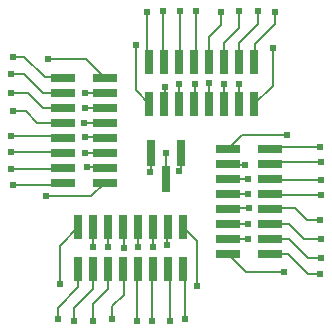
<source format=gtl>
G75*
%MOIN*%
%OFA0B0*%
%FSLAX25Y25*%
%IPPOS*%
%LPD*%
%AMOC8*
5,1,8,0,0,1.08239X$1,22.5*
%
%ADD10R,0.08071X0.02992*%
%ADD11R,0.02992X0.08858*%
%ADD12R,0.02992X0.08071*%
%ADD13C,0.00787*%
%ADD14C,0.02381*%
D10*
X0131020Y0109878D03*
X0131020Y0114878D03*
X0131020Y0119878D03*
X0131020Y0124878D03*
X0131020Y0129878D03*
X0131020Y0134878D03*
X0131020Y0139878D03*
X0131020Y0144878D03*
X0144996Y0144878D03*
X0144996Y0139878D03*
X0144996Y0134878D03*
X0144996Y0129878D03*
X0144996Y0124878D03*
X0144996Y0119878D03*
X0144996Y0114878D03*
X0144996Y0109878D03*
X0089878Y0133500D03*
X0089878Y0138500D03*
X0089878Y0143500D03*
X0089878Y0148500D03*
X0089878Y0153500D03*
X0089878Y0158500D03*
X0089878Y0163500D03*
X0089878Y0168500D03*
X0075902Y0168500D03*
X0075902Y0163500D03*
X0075902Y0158500D03*
X0075902Y0153500D03*
X0075902Y0148500D03*
X0075902Y0143500D03*
X0075902Y0138500D03*
X0075902Y0133500D03*
D11*
X0105449Y0143520D03*
X0110449Y0134858D03*
X0115449Y0143520D03*
D12*
X0114760Y0159760D03*
X0119760Y0159760D03*
X0124760Y0159760D03*
X0129760Y0159760D03*
X0134760Y0159760D03*
X0139760Y0159760D03*
X0139760Y0173736D03*
X0134760Y0173736D03*
X0129760Y0173736D03*
X0124760Y0173736D03*
X0119760Y0173736D03*
X0114760Y0173736D03*
X0109760Y0173736D03*
X0104760Y0173736D03*
X0104760Y0159760D03*
X0109760Y0159760D03*
X0111138Y0118618D03*
X0116138Y0118618D03*
X0106138Y0118618D03*
X0101138Y0118618D03*
X0096138Y0118618D03*
X0091138Y0118618D03*
X0086138Y0118618D03*
X0081138Y0118618D03*
X0081138Y0104642D03*
X0086138Y0104642D03*
X0091138Y0104642D03*
X0096138Y0104642D03*
X0101138Y0104642D03*
X0106138Y0104642D03*
X0111138Y0104642D03*
X0116138Y0104642D03*
D13*
X0116748Y0104031D01*
X0116748Y0088008D01*
X0111630Y0087614D02*
X0111630Y0104150D01*
X0111138Y0104642D01*
X0106138Y0104642D02*
X0105724Y0104228D01*
X0105724Y0087614D01*
X0100606Y0087614D02*
X0100606Y0104110D01*
X0101138Y0104642D01*
X0096276Y0104504D02*
X0096138Y0104642D01*
X0096276Y0104504D02*
X0096276Y0096276D01*
X0092339Y0092339D01*
X0092339Y0088008D01*
X0086039Y0087614D02*
X0086039Y0093126D01*
X0091157Y0098244D01*
X0091157Y0104622D01*
X0091138Y0104642D01*
X0086138Y0104642D02*
X0086039Y0104543D01*
X0086039Y0098244D01*
X0079740Y0091945D01*
X0079740Y0087614D01*
X0074228Y0088008D02*
X0074228Y0091945D01*
X0080921Y0098638D01*
X0080921Y0104425D01*
X0081138Y0104642D01*
X0075016Y0099819D02*
X0075016Y0112496D01*
X0081138Y0118618D01*
X0086039Y0118520D02*
X0086138Y0118618D01*
X0086039Y0118520D02*
X0086039Y0112024D01*
X0091157Y0112024D02*
X0091157Y0118598D01*
X0091138Y0118618D01*
X0096138Y0118618D02*
X0096276Y0118480D01*
X0096276Y0111630D01*
X0101000Y0112024D02*
X0101000Y0118480D01*
X0101138Y0118618D01*
X0106118Y0118598D02*
X0106138Y0118618D01*
X0106118Y0118598D02*
X0106118Y0112024D01*
X0110843Y0112811D02*
X0110843Y0118323D01*
X0111138Y0118618D01*
X0116138Y0118618D02*
X0120685Y0114071D01*
X0120685Y0099031D01*
X0131020Y0109878D02*
X0137142Y0103756D01*
X0149819Y0103756D01*
X0151000Y0109661D02*
X0145213Y0109661D01*
X0144996Y0109878D01*
X0145094Y0114780D02*
X0144996Y0114878D01*
X0145094Y0114780D02*
X0151394Y0114780D01*
X0157693Y0108480D01*
X0162024Y0108480D01*
X0161630Y0102969D02*
X0157693Y0102969D01*
X0151000Y0109661D01*
X0156512Y0114780D02*
X0151394Y0119898D01*
X0145016Y0119898D01*
X0144996Y0119878D01*
X0144996Y0124878D02*
X0145134Y0125016D01*
X0153362Y0125016D01*
X0157299Y0121079D01*
X0161630Y0121079D01*
X0162024Y0114780D02*
X0156512Y0114780D01*
X0162024Y0129346D02*
X0145528Y0129346D01*
X0144996Y0129878D01*
X0145409Y0134465D02*
X0144996Y0134878D01*
X0145409Y0134465D02*
X0162024Y0134465D01*
X0162024Y0140370D02*
X0145488Y0140370D01*
X0144996Y0139878D01*
X0144996Y0144878D02*
X0145606Y0145488D01*
X0161630Y0145488D01*
X0150606Y0149425D02*
X0135567Y0149425D01*
X0131020Y0144878D01*
X0131020Y0139878D02*
X0131315Y0139583D01*
X0136827Y0139583D01*
X0137614Y0134858D02*
X0131039Y0134858D01*
X0131020Y0134878D01*
X0131020Y0129878D02*
X0131157Y0129740D01*
X0137614Y0129740D01*
X0138008Y0125016D02*
X0131157Y0125016D01*
X0131020Y0124878D01*
X0131039Y0119898D02*
X0131020Y0119878D01*
X0131039Y0119898D02*
X0137614Y0119898D01*
X0137614Y0114780D02*
X0131118Y0114780D01*
X0131020Y0114878D01*
X0110449Y0134858D02*
X0110449Y0143520D01*
X0115449Y0143520D02*
X0115449Y0138283D01*
X0114780Y0137614D01*
X0105449Y0137732D02*
X0104937Y0137220D01*
X0105449Y0137732D02*
X0105449Y0143520D01*
X0089878Y0143500D02*
X0089858Y0143520D01*
X0083283Y0143520D01*
X0084071Y0138795D02*
X0089583Y0138795D01*
X0089878Y0138500D01*
X0089878Y0133500D02*
X0085331Y0128953D01*
X0070291Y0128953D01*
X0075291Y0132890D02*
X0075902Y0133500D01*
X0075291Y0132890D02*
X0059268Y0132890D01*
X0058874Y0138008D02*
X0075409Y0138008D01*
X0075902Y0138500D01*
X0075902Y0143500D02*
X0075488Y0143913D01*
X0058874Y0143913D01*
X0058874Y0149031D02*
X0075370Y0149031D01*
X0075902Y0148500D01*
X0075764Y0153362D02*
X0075902Y0153500D01*
X0075764Y0153362D02*
X0067535Y0153362D01*
X0063598Y0157299D01*
X0059268Y0157299D01*
X0058874Y0163598D02*
X0064386Y0163598D01*
X0069504Y0158480D01*
X0075882Y0158480D01*
X0075902Y0158500D01*
X0075902Y0163500D02*
X0075803Y0163598D01*
X0069504Y0163598D01*
X0063205Y0169898D01*
X0058874Y0169898D01*
X0059268Y0175409D02*
X0063205Y0175409D01*
X0069898Y0168717D01*
X0075685Y0168717D01*
X0075902Y0168500D01*
X0071079Y0174622D02*
X0083756Y0174622D01*
X0089878Y0168500D01*
X0089780Y0163598D02*
X0083283Y0163598D01*
X0089780Y0163598D02*
X0089878Y0163500D01*
X0089878Y0158500D02*
X0089858Y0158480D01*
X0083283Y0158480D01*
X0082890Y0153362D02*
X0089740Y0153362D01*
X0089878Y0153500D01*
X0089740Y0148638D02*
X0083283Y0148638D01*
X0089740Y0148638D02*
X0089878Y0148500D01*
X0104760Y0159760D02*
X0100213Y0164307D01*
X0100213Y0179346D01*
X0104150Y0174346D02*
X0104760Y0173736D01*
X0104150Y0174346D02*
X0104150Y0190370D01*
X0109268Y0190764D02*
X0109268Y0174228D01*
X0109760Y0173736D01*
X0114760Y0173736D02*
X0115173Y0174150D01*
X0115173Y0190764D01*
X0120291Y0190764D02*
X0120291Y0174268D01*
X0119760Y0173736D01*
X0124622Y0173874D02*
X0124760Y0173736D01*
X0124622Y0173874D02*
X0124622Y0182102D01*
X0128559Y0186039D01*
X0128559Y0190370D01*
X0134858Y0190764D02*
X0134858Y0185252D01*
X0129740Y0180134D01*
X0129740Y0173756D01*
X0129760Y0173736D01*
X0134760Y0173736D02*
X0134858Y0173835D01*
X0134858Y0180134D01*
X0141157Y0186433D01*
X0141157Y0190764D01*
X0146669Y0190370D02*
X0146669Y0186433D01*
X0139976Y0179740D01*
X0139976Y0173953D01*
X0139760Y0173736D01*
X0145882Y0178559D02*
X0145882Y0165882D01*
X0139760Y0159760D01*
X0134858Y0159858D02*
X0134760Y0159760D01*
X0134858Y0159858D02*
X0134858Y0166354D01*
X0129740Y0166354D02*
X0129740Y0159780D01*
X0129760Y0159760D01*
X0124760Y0159760D02*
X0124622Y0159898D01*
X0124622Y0166748D01*
X0119898Y0166354D02*
X0119898Y0159898D01*
X0119760Y0159760D01*
X0114780Y0159780D02*
X0114760Y0159760D01*
X0114780Y0159780D02*
X0114780Y0166354D01*
X0110055Y0165567D02*
X0110055Y0160055D01*
X0109760Y0159760D01*
D14*
X0079740Y0087614D03*
X0074228Y0088008D03*
X0075016Y0099819D03*
X0086039Y0112024D03*
X0091157Y0112024D03*
X0096276Y0111630D03*
X0101000Y0112024D03*
X0106118Y0112024D03*
X0110843Y0112811D03*
X0120685Y0099031D03*
X0116748Y0088008D03*
X0111630Y0087614D03*
X0105724Y0087614D03*
X0100606Y0087614D03*
X0092339Y0088008D03*
X0086039Y0087614D03*
X0070291Y0128953D03*
X0059268Y0132890D03*
X0058874Y0138008D03*
X0058874Y0143913D03*
X0058874Y0149031D03*
X0059268Y0157299D03*
X0058874Y0163598D03*
X0058874Y0169898D03*
X0059268Y0175409D03*
X0071079Y0174622D03*
X0083283Y0163598D03*
X0083283Y0158480D03*
X0082890Y0153362D03*
X0083283Y0148638D03*
X0083283Y0143520D03*
X0084071Y0138795D03*
X0104937Y0137220D03*
X0110449Y0143520D03*
X0114780Y0137614D03*
X0136827Y0139583D03*
X0137614Y0134858D03*
X0137614Y0129740D03*
X0138008Y0125016D03*
X0137614Y0119898D03*
X0137614Y0114780D03*
X0149819Y0103756D03*
X0161630Y0102969D03*
X0162024Y0108480D03*
X0162024Y0114780D03*
X0161630Y0121079D03*
X0162024Y0129346D03*
X0162024Y0134465D03*
X0162024Y0140370D03*
X0161630Y0145488D03*
X0150606Y0149425D03*
X0134858Y0166354D03*
X0129740Y0166354D03*
X0124622Y0166748D03*
X0119898Y0166354D03*
X0114780Y0166354D03*
X0110055Y0165567D03*
X0100213Y0179346D03*
X0104150Y0190370D03*
X0109268Y0190764D03*
X0115173Y0190764D03*
X0120291Y0190764D03*
X0128559Y0190370D03*
X0134858Y0190764D03*
X0141157Y0190764D03*
X0146669Y0190370D03*
X0145882Y0178559D03*
M02*

</source>
